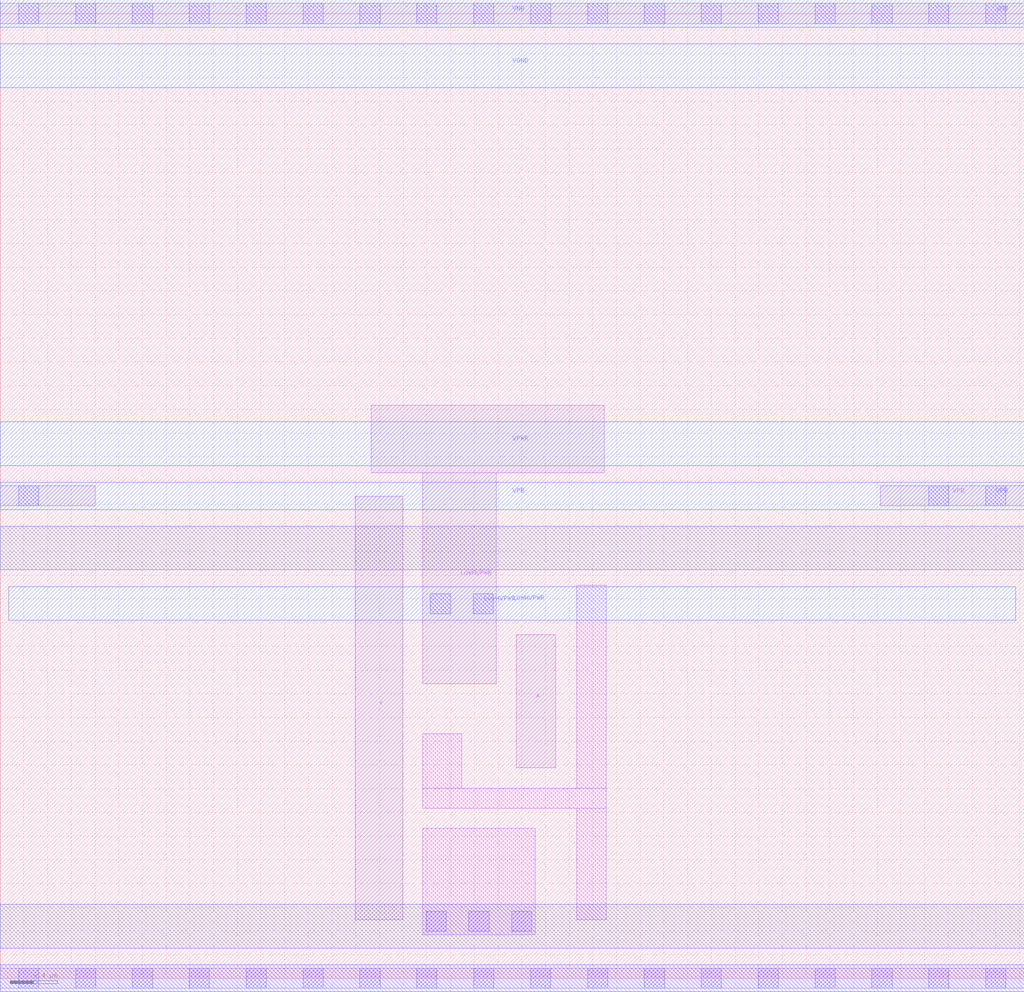
<source format=lef>
# Copyright 2020 The SkyWater PDK Authors
#
# Licensed under the Apache License, Version 2.0 (the "License");
# you may not use this file except in compliance with the License.
# You may obtain a copy of the License at
#
#     https://www.apache.org/licenses/LICENSE-2.0
#
# Unless required by applicable law or agreed to in writing, software
# distributed under the License is distributed on an "AS IS" BASIS,
# WITHOUT WARRANTIES OR CONDITIONS OF ANY KIND, either express or implied.
# See the License for the specific language governing permissions and
# limitations under the License.
#
# SPDX-License-Identifier: Apache-2.0

VERSION 5.7 ;
  NAMESCASESENSITIVE ON ;
  NOWIREEXTENSIONATPIN ON ;
  DIVIDERCHAR "/" ;
  BUSBITCHARS "[]" ;
UNITS
  DATABASE MICRONS 200 ;
END UNITS
MACRO sky130_fd_sc_hvl__lsbufhv2hv_hl_1
  CLASS CORE ;
  SOURCE USER ;
  FOREIGN sky130_fd_sc_hvl__lsbufhv2hv_hl_1 ;
  ORIGIN  0.000000  0.000000 ;
  SIZE  8.640000 BY  8.140000 ;
  SYMMETRY X Y R90 ;
  SITE unithv ;
  PIN A
    ANTENNAGATEAREA  0.585000 ;
    DIRECTION INPUT ;
    USE SIGNAL ;
    PORT
      LAYER li1 ;
        RECT 4.355000 1.775000 4.685000 2.900000 ;
    END
  END A
  PIN X
    ANTENNADIFFAREA  0.626250 ;
    DIRECTION OUTPUT ;
    USE SIGNAL ;
    PORT
      LAYER li1 ;
        RECT 2.995000 0.495000 3.395000 4.065000 ;
    END
  END X
  PIN LOWHVPWR
    DIRECTION INOUT ;
    USE POWER ;
    PORT
      LAYER li1 ;
        RECT 3.130000 4.265000 5.095000 4.835000 ;
        RECT 3.565000 2.485000 4.185000 4.265000 ;
      LAYER mcon ;
        RECT 3.630000 3.075000 3.800000 3.245000 ;
        RECT 3.990000 3.075000 4.160000 3.245000 ;
      LAYER met1 ;
        RECT 0.070000 3.020000 8.570000 3.305000 ;
    END
  END LOWHVPWR
  PIN VGND
    DIRECTION INOUT ;
    USE GROUND ;
    PORT
      LAYER met1 ;
        RECT 0.000000 7.515000 8.640000 7.885000 ;
    END
  END VGND
  PIN VNB
    DIRECTION INOUT ;
    USE GROUND ;
    PORT
      LAYER li1 ;
        RECT 0.000000 8.055000 8.640000 8.225000 ;
      LAYER mcon ;
        RECT 0.155000 8.055000 0.325000 8.225000 ;
        RECT 0.635000 8.055000 0.805000 8.225000 ;
        RECT 1.115000 8.055000 1.285000 8.225000 ;
        RECT 1.595000 8.055000 1.765000 8.225000 ;
        RECT 2.075000 8.055000 2.245000 8.225000 ;
        RECT 2.555000 8.055000 2.725000 8.225000 ;
        RECT 3.035000 8.055000 3.205000 8.225000 ;
        RECT 3.515000 8.055000 3.685000 8.225000 ;
        RECT 3.995000 8.055000 4.165000 8.225000 ;
        RECT 4.475000 8.055000 4.645000 8.225000 ;
        RECT 4.955000 8.055000 5.125000 8.225000 ;
        RECT 5.435000 8.055000 5.605000 8.225000 ;
        RECT 5.915000 8.055000 6.085000 8.225000 ;
        RECT 6.395000 8.055000 6.565000 8.225000 ;
        RECT 6.875000 8.055000 7.045000 8.225000 ;
        RECT 7.355000 8.055000 7.525000 8.225000 ;
        RECT 7.835000 8.055000 8.005000 8.225000 ;
        RECT 8.315000 8.055000 8.485000 8.225000 ;
      LAYER met1 ;
        RECT 0.000000 8.025000 8.640000 8.255000 ;
    END
  END VNB
  PIN VPB
    DIRECTION INOUT ;
    USE POWER ;
    PORT
      LAYER li1 ;
        RECT 0.000000 3.985000 0.800000 4.155000 ;
        RECT 7.425000 3.985000 8.640000 4.155000 ;
      LAYER mcon ;
        RECT 0.155000 3.985000 0.325000 4.155000 ;
        RECT 7.835000 3.985000 8.005000 4.155000 ;
        RECT 8.315000 3.985000 8.485000 4.155000 ;
      LAYER met1 ;
        RECT 0.000000 3.955000 8.640000 4.185000 ;
    END
  END VPB
  PIN VPWR
    DIRECTION INOUT ;
    USE POWER ;
    PORT
      LAYER met1 ;
        RECT 0.000000 4.325000 8.640000 4.695000 ;
    END
  END VPWR
  OBS
    LAYER li1 ;
      RECT 0.000000 -0.085000 8.640000 0.085000 ;
      RECT 3.565000  0.365000 4.515000 1.265000 ;
      RECT 3.565000  1.435000 5.115000 1.605000 ;
      RECT 3.565000  1.605000 3.895000 2.065000 ;
      RECT 4.865000  0.495000 5.115000 1.435000 ;
      RECT 4.865000  1.605000 5.115000 3.315000 ;
    LAYER mcon ;
      RECT 0.155000 -0.085000 0.325000 0.085000 ;
      RECT 0.635000 -0.085000 0.805000 0.085000 ;
      RECT 1.115000 -0.085000 1.285000 0.085000 ;
      RECT 1.595000 -0.085000 1.765000 0.085000 ;
      RECT 2.075000 -0.085000 2.245000 0.085000 ;
      RECT 2.555000 -0.085000 2.725000 0.085000 ;
      RECT 3.035000 -0.085000 3.205000 0.085000 ;
      RECT 3.515000 -0.085000 3.685000 0.085000 ;
      RECT 3.595000  0.395000 3.765000 0.565000 ;
      RECT 3.955000  0.395000 4.125000 0.565000 ;
      RECT 3.995000 -0.085000 4.165000 0.085000 ;
      RECT 4.315000  0.395000 4.485000 0.565000 ;
      RECT 4.475000 -0.085000 4.645000 0.085000 ;
      RECT 4.955000 -0.085000 5.125000 0.085000 ;
      RECT 5.435000 -0.085000 5.605000 0.085000 ;
      RECT 5.915000 -0.085000 6.085000 0.085000 ;
      RECT 6.395000 -0.085000 6.565000 0.085000 ;
      RECT 6.875000 -0.085000 7.045000 0.085000 ;
      RECT 7.355000 -0.085000 7.525000 0.085000 ;
      RECT 7.835000 -0.085000 8.005000 0.085000 ;
      RECT 8.315000 -0.085000 8.485000 0.085000 ;
    LAYER met1 ;
      RECT 0.000000 -0.115000 8.640000 0.115000 ;
      RECT 0.000000  0.255000 8.640000 0.625000 ;
      RECT 0.000000  3.445000 8.640000 3.815000 ;
  END
END sky130_fd_sc_hvl__lsbufhv2hv_hl_1

</source>
